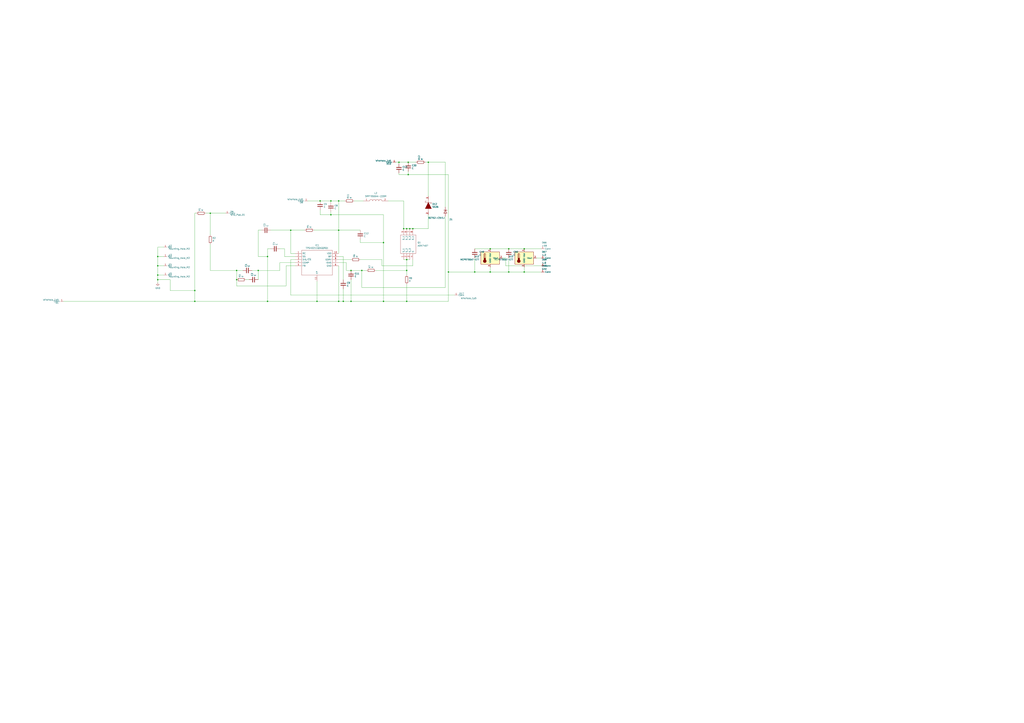
<source format=kicad_sch>
(kicad_sch (version 20230121) (generator eeschema)
  (paper "A1")
  (lib_symbols
    (symbol "AON7407:AON7407" (pin_names (offset 0.762))
      (property "Reference" "Q" (at 21.59 7.62 0))
      (property "Value" "AON7407" (at 21.59 5.08 0))
      (symbol "AON7407_0_0"
        (pin passive line (at 0 0 0) (length 5.08) (name "S_1") (number "1"))
        (pin passive line (at 0 -2.54 0) (length 5.08) (name "S_2") (number "2"))
        (pin passive line (at 0 -5.08 0) (length 5.08) (name "S_3") (number "3"))
        (pin passive line (at 0 -7.62 0) (length 5.08) (name "G") (number "4"))
        (pin passive line (at 25.4 0 180) (length 5.08) (name "D_1") (number "5"))
        (pin passive line (at 25.4 -2.54 180) (length 5.08) (name "D_2") (number "6"))
        (pin passive line (at 25.4 -5.08 180) (length 5.08) (name "D_3") (number "7"))
        (pin passive line (at 25.4 -7.62 180) (length 5.08) (name "D_4") (number "8"))
      )
      (symbol "AON7407_0_1"
        (polyline (pts (xy 5.08 2.54) (xy 20.32 2.54) (xy 20.32 -10.16) (xy 5.08 -10.16) (xy 5.08 2.54)) (stroke (width 0.1524)))
      )
    )
    (symbol "Connectors_for_Wire:WireHole_1p5"
      (property "Reference" "D" (at 0 -1.27 0))
      (property "Value" "WireHole_1p5" (at 0 1.27 0))
      (symbol "WireHole_1p5_1_0"
        (pin bidirectional line (at 0 0 0) (length 2.54) (name "Conn") (number "1"))
      )
    )
    (symbol "Connectors_for_Wire:Wire_Pad_01"
      (property "Reference" "D" (at -0.6875 -1.3327 0))
      (property "Value" "Wire_Pad_01" (at 0 1.27 0))
      (symbol "Wire_Pad_01_1_1"
        (pin unspecified line (at 0 0 0) (length 2.54) (name "Conn") (number "1"))
      )
    )
    (symbol "Device:C" (pin_numbers hide) (pin_names (offset 0.254))
      (property "Reference" "C" (at 0.635 2.54 0))
      (property "Value" "C" (at 0.635 -2.54 0))
      (symbol "C_0_1"
        (polyline (pts (xy -2.032 -0.762) (xy 2.032 -0.762)) (stroke (width 0.508)))
        (polyline (pts (xy -2.032 0.762) (xy 2.032 0.762)) (stroke (width 0.508)))
      )
      (symbol "C_1_1"
        (pin passive line (at 0 3.81 270) (length 2.794) (name "~") (number "1"))
        (pin passive line (at 0 -3.81 90) (length 2.794) (name "~") (number "2"))
      )
    )
    (symbol "Device:R" (pin_numbers hide) (pin_names (offset 0))
      (property "Reference" "R" (at 2.032 0 90))
      (property "Value" "R" (at 0 0 90))
      (symbol "R_0_1"
        (rectangle (start -1.016 -2.54) (end 1.016 2.54) (stroke (width 0.254)))
      )
      (symbol "R_1_1"
        (pin passive line (at 0 3.81 270) (length 1.27) (name "~") (number "1"))
        (pin passive line (at 0 -3.81 90) (length 1.27) (name "~") (number "2"))
      )
    )
    (symbol "Diode:MM3Zxx" (pin_numbers hide) (pin_names hide)
      (property "Reference" "D" (at 0 2.54 0))
      (property "Value" "MM3Zxx" (at 0 -2.54 0))
      (symbol "MM3Zxx_0_1"
        (polyline (pts (xy 1.27 0) (xy -1.27 0)))
        (polyline (pts (xy -1.27 -1.27) (xy -1.27 1.27) (xy -0.762 1.27)) (stroke (width 0.254)))
        (polyline (pts (xy 1.27 -1.27) (xy 1.27 1.27) (xy -1.27 0) (xy 1.27 -1.27)) (stroke (width 0.254)))
      )
      (symbol "MM3Zxx_1_1"
        (pin passive line (at -3.81 0 0) (length 2.54) (name "K") (number "1"))
        (pin passive line (at 3.81 0 180) (length 2.54) (name "A") (number "2"))
      )
    )
    (symbol "Main_PCB_001-rescue:TPS40211QDGQRQ1-TPS40211QDGQRQ1" (pin_names (offset 0.762))
      (property "Reference" "IC" (at 31.75 7.62 0))
      (property "Value" "TPS40211QDGQRQ1-TPS40211QDGQRQ1" (at 31.75 5.08 0))
      (symbol "TPS40211QDGQRQ1-TPS40211QDGQRQ1_0_0"
        (pin passive line (at 0 0 0) (length 5.08) (name "RC") (number "1"))
        (pin passive line (at 35.56 0 180) (length 5.08) (name "VDD") (number "10"))
        (pin passive line (at 17.78 -22.86 90) (length 5.08) (name "EP") (number "11"))
        (pin passive line (at 0 -2.54 0) (length 5.08) (name "SS") (number "2"))
        (pin passive line (at 0 -5.08 0) (length 5.08) (name "DIS/~{EN}") (number "3"))
        (pin passive line (at 0 -7.62 0) (length 5.08) (name "COMP") (number "4"))
        (pin passive line (at 0 -10.16 0) (length 5.08) (name "FB") (number "5"))
        (pin passive line (at 35.56 -10.16 180) (length 5.08) (name "GND") (number "6"))
        (pin passive line (at 35.56 -7.62 180) (length 5.08) (name "ISNS") (number "7"))
        (pin passive line (at 35.56 -5.08 180) (length 5.08) (name "GDRV") (number "8"))
        (pin passive line (at 35.56 -2.54 180) (length 5.08) (name "BP") (number "9"))
      )
      (symbol "TPS40211QDGQRQ1-TPS40211QDGQRQ1_0_1"
        (polyline (pts (xy 5.08 2.54) (xy 30.48 2.54) (xy 30.48 -17.78) (xy 5.08 -17.78) (xy 5.08 2.54)) (stroke (width 0.1524)))
      )
    )
    (symbol "Mounting_Holes:Mounting_Hole_M2"
      (property "Reference" "U" (at 0 -1.27 0))
      (property "Value" "Mounting_Hole_M2" (at 0 2.54 0))
      (symbol "Mounting_Hole_M2_1_1"
        (pin input line (at -2.54 0 0) (length 2.54) (name "Mnt") (number "1"))
      )
    )
    (symbol "SRP7050AA-220M:SRP7050AA-220M" (pin_names (offset 0.762))
      (property "Reference" "L" (at 16.51 6.35 0))
      (property "Value" "SRP7050AA-220M" (at 16.51 3.81 0))
      (symbol "SRP7050AA-220M_0_0"
        (pin passive line (at 0 0 0) (length 5.08) (name "~") (number "1"))
        (pin passive line (at 20.32 0 180) (length 5.08) (name "~") (number "2"))
      )
      (symbol "SRP7050AA-220M_0_1"
        (arc (start 7.62 0) (mid 6.35 1.2202) (end 5.08 0) (stroke (width 0.1524)))
        (arc (start 10.16 0) (mid 8.89 1.2202) (end 7.62 0) (stroke (width 0.1524)))
        (arc (start 12.7 0) (mid 11.43 1.2202) (end 10.16 0) (stroke (width 0.1524)))
        (arc (start 15.24 0) (mid 13.97 1.2202) (end 12.7 0) (stroke (width 0.1524)))
      )
    )
    (symbol "SS36:SS36" (pin_names (offset 0.762))
      (property "Reference" "D" (at 12.7 8.89 0))
      (property "Value" "SS36" (at 12.7 6.35 0))
      (symbol "SS36_0_0"
        (pin passive line (at 2.54 0 0) (length 2.54) (name "~") (number "1"))
        (pin passive line (at 17.78 0 180) (length 2.54) (name "~") (number "2"))
      )
      (symbol "SS36_0_1"
        (polyline (pts (xy 5.08 0) (xy 7.62 0)) (stroke (width 0.1524)))
        (polyline (pts (xy 7.62 2.54) (xy 7.62 -2.54)) (stroke (width 0.1524)))
        (polyline (pts (xy 12.7 0) (xy 15.24 0)) (stroke (width 0.1524)))
        (polyline (pts (xy 7.62 -2.54) (xy 6.604 -2.54) (xy 6.604 -1.524)) (stroke (width 0.1524)))
        (polyline (pts (xy 7.62 2.54) (xy 8.636 2.54) (xy 8.636 1.524)) (stroke (width 0.1524)))
        (polyline (pts (xy 7.62 0) (xy 12.7 2.54) (xy 12.7 -2.54) (xy 7.62 0)) (stroke (width 0.254)) (fill (type outline)))
      )
    )
    (symbol "Sensor_Temperature:MCP9700AT-ETT" (pin_names (offset 1.016))
      (property "Reference" "U" (at -6.35 6.35 0))
      (property "Value" "MCP9700AT-ETT" (at 1.27 6.35 0))
      (symbol "MCP9700AT-ETT_0_1"
        (rectangle (start -7.62 5.08) (end 7.62 -5.08) (stroke (width 0.254)) (fill (type background)))
        (circle (center -4.445 -2.54) (radius 1.27) (stroke (width 0.254)) (fill (type outline)))
        (rectangle (start -3.81 -1.905) (end -5.08 0) (stroke (width 0.254)) (fill (type outline)))
        (arc (start -3.81 3.175) (mid -4.445 3.8073) (end -5.08 3.175) (stroke (width 0.254)))
        (polyline (pts (xy -5.08 0.635) (xy -4.445 0.635)) (stroke (width 0.254)))
        (polyline (pts (xy -5.08 1.27) (xy -4.445 1.27)) (stroke (width 0.254)))
        (polyline (pts (xy -5.08 1.905) (xy -4.445 1.905)) (stroke (width 0.254)))
        (polyline (pts (xy -5.08 2.54) (xy -4.445 2.54)) (stroke (width 0.254)))
        (polyline (pts (xy -5.08 3.175) (xy -5.08 0)) (stroke (width 0.254)))
        (polyline (pts (xy -5.08 3.175) (xy -4.445 3.175)) (stroke (width 0.254)))
        (polyline (pts (xy -3.81 3.175) (xy -3.81 0)) (stroke (width 0.254)))
      )
      (symbol "MCP9700AT-ETT_1_1"
        (pin power_in line (at 0 7.62 270) (length 2.54) (name "Vdd") (number "1"))
        (pin output line (at 10.16 0 180) (length 2.54) (name "Vout") (number "2"))
        (pin power_in line (at 0 -7.62 90) (length 2.54) (name "GND") (number "3"))
      )
    )
    (symbol "power:GND" (power) (pin_names (offset 0))
      (property "Value" "GND" (at 0 -3.81 0))
      (symbol "GND_0_1"
        (polyline (pts (xy 0 0) (xy 0 -1.27) (xy 1.27 -1.27) (xy 0 -2.54) (xy -1.27 -1.27) (xy 0 -1.27)))
      )
      (symbol "GND_1_1"
        (pin power_in line (at 0 0 270) (length 0) hide (name "GND") (number "1"))
      )
    )
  )
  (junction (at 278.13 247.65))
  (junction (at 219.71 247.65))
  (junction (at 368.3 223.52))
  (junction (at 129.54 226.06))
  (junction (at 288.29 247.65))
  (junction (at 417.83 204.47))
  (junction (at 212.09 222.25))
  (junction (at 334.01 213.36))
  (junction (at 271.78 176.53))
  (junction (at 278.13 189.23))
  (junction (at 288.29 222.25))
  (junction (at 331.47 187.96))
  (junction (at 334.01 187.96))
  (junction (at 389.89 223.52))
  (junction (at 430.53 223.52))
  (junction (at 339.09 187.96))
  (junction (at 219.71 210.82))
  (junction (at 271.78 165.1))
  (junction (at 129.54 218.44))
  (junction (at 336.55 187.96))
  (junction (at 297.18 222.25))
  (junction (at 335.28 133.35))
  (junction (at 129.54 229.87))
  (junction (at 160.02 238.76))
  (junction (at 327.66 133.35))
  (junction (at 194.31 222.25))
  (junction (at 402.59 204.47))
  (junction (at 314.96 199.39))
  (junction (at 262.89 165.1))
  (junction (at 194.31 229.87))
  (junction (at 335.28 143.51))
  (junction (at 172.72 175.26))
  (junction (at 281.94 247.65))
  (junction (at 351.79 133.35))
  (junction (at 334.01 222.25))
  (junction (at 417.83 223.52))
  (junction (at 160.02 247.65))
  (junction (at 238.76 189.23))
  (junction (at 314.96 247.65))
  (junction (at 129.54 210.82))
  (junction (at 278.13 165.1))
  (junction (at 402.59 223.52))
  (junction (at 260.35 247.65))
  (junction (at 334.01 247.65))
  (junction (at 430.53 204.47))
  (wire (pts (xy 314.96 247.65) (xy 288.29 247.65)))
  (wire (pts (xy 194.31 229.87) (xy 194.31 234.95)))
  (wire (pts (xy 308.61 222.25) (xy 334.01 222.25)))
  (wire (pts (xy 334.01 222.25) (xy 334.01 226.06)))
  (wire (pts (xy 222.25 204.47) (xy 219.71 204.47)))
  (wire (pts (xy 271.78 176.53) (xy 314.96 176.53)))
  (wire (pts (xy 281.94 229.87) (xy 281.94 210.82)))
  (wire (pts (xy 331.47 165.1) (xy 331.47 187.96)))
  (wire (pts (xy 129.54 210.82) (xy 134.62 210.82)))
  (wire (pts (xy 318.77 165.1) (xy 331.47 165.1)))
  (wire (pts (xy 260.35 231.14) (xy 260.35 247.65)))
  (wire (pts (xy 284.48 222.25) (xy 288.29 222.25)))
  (wire (pts (xy 334.01 213.36) (xy 336.55 213.36)))
  (wire (pts (xy 297.18 222.25) (xy 297.18 236.22)))
  (wire (pts (xy 288.29 229.87) (xy 288.29 247.65)))
  (wire (pts (xy 233.68 204.47) (xy 233.68 210.82)))
  (wire (pts (xy 351.79 133.35) (xy 351.79 161.29)))
  (wire (pts (xy 129.54 203.2) (xy 134.62 203.2)))
  (wire (pts (xy 222.25 189.23) (xy 238.76 189.23)))
  (wire (pts (xy 281.94 210.82) (xy 278.13 210.82)))
  (wire (pts (xy 129.54 218.44) (xy 134.62 218.44)))
  (wire (pts (xy 314.96 199.39) (xy 314.96 247.65)))
  (wire (pts (xy 288.29 247.65) (xy 281.94 247.65)))
  (wire (pts (xy 172.72 200.66) (xy 172.72 222.25)))
  (wire (pts (xy 373.38 242.57) (xy 238.76 242.57)))
  (wire (pts (xy 262.89 172.72) (xy 262.89 176.53)))
  (wire (pts (xy 262.89 176.53) (xy 271.78 176.53)))
  (wire (pts (xy 314.96 176.53) (xy 314.96 199.39)))
  (wire (pts (xy 281.94 247.65) (xy 278.13 247.65)))
  (wire (pts (xy 233.68 210.82) (xy 242.57 210.82)))
  (wire (pts (xy 238.76 208.28) (xy 242.57 208.28)))
  (wire (pts (xy 339.09 187.96) (xy 336.55 187.96)))
  (wire (pts (xy 402.59 204.47) (xy 417.83 204.47)))
  (wire (pts (xy 250.19 189.23) (xy 238.76 189.23)))
  (wire (pts (xy 334.01 247.65) (xy 314.96 247.65)))
  (wire (pts (xy 430.53 223.52) (xy 444.5 223.52)))
  (wire (pts (xy 219.71 210.82) (xy 219.71 247.65)))
  (wire (pts (xy 129.54 229.87) (xy 139.7 229.87)))
  (wire (pts (xy 349.25 133.35) (xy 351.79 133.35)))
  (wire (pts (xy 129.54 210.82) (xy 129.54 218.44)))
  (wire (pts (xy 129.54 226.06) (xy 134.62 226.06)))
  (wire (pts (xy 351.79 133.35) (xy 365.76 133.35)))
  (wire (pts (xy 238.76 213.36) (xy 242.57 213.36)))
  (wire (pts (xy 313.69 218.44) (xy 313.69 213.36)))
  (wire (pts (xy 129.54 218.44) (xy 129.54 226.06)))
  (wire (pts (xy 281.94 237.49) (xy 281.94 247.65)))
  (wire (pts (xy 389.89 204.47) (xy 402.59 204.47)))
  (wire (pts (xy 129.54 226.06) (xy 129.54 229.87)))
  (wire (pts (xy 238.76 242.57) (xy 238.76 213.36)))
  (wire (pts (xy 194.31 222.25) (xy 194.31 229.87)))
  (wire (pts (xy 160.02 175.26) (xy 160.02 238.76)))
  (wire (pts (xy 229.87 222.25) (xy 212.09 222.25)))
  (wire (pts (xy 365.76 133.35) (xy 365.76 170.18)))
  (wire (pts (xy 242.57 215.9) (xy 229.87 215.9)))
  (wire (pts (xy 168.91 175.26) (xy 172.72 175.26)))
  (wire (pts (xy 327.66 133.35) (xy 335.28 133.35)))
  (wire (pts (xy 339.09 213.36) (xy 339.09 218.44)))
  (wire (pts (xy 300.99 222.25) (xy 297.18 222.25)))
  (wire (pts (xy 229.87 204.47) (xy 233.68 204.47)))
  (wire (pts (xy 295.91 199.39) (xy 314.96 199.39)))
  (wire (pts (xy 278.13 213.36) (xy 288.29 213.36)))
  (wire (pts (xy 260.35 247.65) (xy 219.71 247.65)))
  (wire (pts (xy 284.48 215.9) (xy 284.48 222.25)))
  (wire (pts (xy 368.3 143.51) (xy 368.3 223.52)))
  (wire (pts (xy 440.69 212.09) (xy 444.5 212.09)))
  (wire (pts (xy 129.54 203.2) (xy 129.54 210.82)))
  (wire (pts (xy 185.42 175.26) (xy 172.72 175.26)))
  (wire (pts (xy 334.01 233.68) (xy 334.01 247.65)))
  (wire (pts (xy 257.81 189.23) (xy 278.13 189.23)))
  (wire (pts (xy 278.13 165.1) (xy 283.21 165.1)))
  (wire (pts (xy 335.28 143.51) (xy 368.3 143.51)))
  (wire (pts (xy 368.3 223.52) (xy 389.89 223.52)))
  (wire (pts (xy 214.63 189.23) (xy 212.09 189.23)))
  (wire (pts (xy 278.13 218.44) (xy 278.13 247.65)))
  (wire (pts (xy 278.13 247.65) (xy 260.35 247.65)))
  (wire (pts (xy 290.83 165.1) (xy 298.45 165.1)))
  (wire (pts (xy 402.59 219.71) (xy 402.59 223.52)))
  (wire (pts (xy 334.01 213.36) (xy 334.01 222.25)))
  (wire (pts (xy 139.7 229.87) (xy 139.7 238.76)))
  (wire (pts (xy 234.95 234.95) (xy 234.95 218.44)))
  (wire (pts (xy 389.89 223.52) (xy 402.59 223.52)))
  (wire (pts (xy 252.73 165.1) (xy 262.89 165.1)))
  (wire (pts (xy 368.3 223.52) (xy 368.3 247.65)))
  (wire (pts (xy 335.28 133.35) (xy 341.63 133.35)))
  (wire (pts (xy 204.47 229.87) (xy 201.93 229.87)))
  (wire (pts (xy 212.09 229.87) (xy 212.09 222.25)))
  (wire (pts (xy 417.83 223.52) (xy 430.53 223.52)))
  (wire (pts (xy 412.75 212.09) (xy 415.29 212.09)))
  (wire (pts (xy 415.29 218.44) (xy 444.5 218.44)))
  (wire (pts (xy 278.13 215.9) (xy 284.48 215.9)))
  (wire (pts (xy 430.53 219.71) (xy 430.53 223.52)))
  (wire (pts (xy 351.79 187.96) (xy 339.09 187.96)))
  (wire (pts (xy 351.79 176.53) (xy 351.79 187.96)))
  (wire (pts (xy 313.69 213.36) (xy 295.91 213.36)))
  (wire (pts (xy 172.72 222.25) (xy 194.31 222.25)))
  (wire (pts (xy 327.66 143.51) (xy 335.28 143.51)))
  (wire (pts (xy 229.87 215.9) (xy 229.87 222.25)))
  (wire (pts (xy 415.29 212.09) (xy 415.29 218.44)))
  (wire (pts (xy 278.13 165.1) (xy 278.13 189.23)))
  (wire (pts (xy 368.3 247.65) (xy 334.01 247.65)))
  (wire (pts (xy 238.76 189.23) (xy 238.76 208.28)))
  (wire (pts (xy 339.09 218.44) (xy 313.69 218.44)))
  (wire (pts (xy 262.89 165.1) (xy 271.78 165.1)))
  (wire (pts (xy 212.09 189.23) (xy 212.09 210.82)))
  (wire (pts (xy 417.83 204.47) (xy 430.53 204.47)))
  (wire (pts (xy 234.95 218.44) (xy 242.57 218.44)))
  (wire (pts (xy 219.71 204.47) (xy 219.71 210.82)))
  (wire (pts (xy 212.09 222.25) (xy 207.01 222.25)))
  (wire (pts (xy 295.91 196.85) (xy 295.91 199.39)))
  (wire (pts (xy 331.47 187.96) (xy 334.01 187.96)))
  (wire (pts (xy 271.78 165.1) (xy 271.78 166.37)))
  (wire (pts (xy 389.89 212.09) (xy 389.89 223.52)))
  (wire (pts (xy 271.78 165.1) (xy 278.13 165.1)))
  (wire (pts (xy 271.78 173.99) (xy 271.78 176.53)))
  (wire (pts (xy 417.83 212.09) (xy 417.83 223.52)))
  (wire (pts (xy 129.54 229.87) (xy 129.54 232.41)))
  (wire (pts (xy 325.12 133.35) (xy 327.66 133.35)))
  (wire (pts (xy 139.7 238.76) (xy 160.02 238.76)))
  (wire (pts (xy 161.29 175.26) (xy 160.02 175.26)))
  (wire (pts (xy 327.66 134.62) (xy 327.66 133.35)))
  (wire (pts (xy 430.53 204.47) (xy 444.5 204.47)))
  (wire (pts (xy 335.28 140.97) (xy 335.28 143.51)))
  (wire (pts (xy 52.07 247.65) (xy 160.02 247.65)))
  (wire (pts (xy 297.18 236.22) (xy 365.76 236.22)))
  (wire (pts (xy 327.66 142.24) (xy 327.66 143.51)))
  (wire (pts (xy 160.02 238.76) (xy 160.02 247.65)))
  (wire (pts (xy 402.59 223.52) (xy 417.83 223.52)))
  (wire (pts (xy 365.76 177.8) (xy 365.76 236.22)))
  (wire (pts (xy 297.18 222.25) (xy 288.29 222.25)))
  (wire (pts (xy 334.01 187.96) (xy 336.55 187.96)))
  (wire (pts (xy 172.72 175.26) (xy 172.72 193.04)))
  (wire (pts (xy 160.02 247.65) (xy 219.71 247.65)))
  (wire (pts (xy 194.31 234.95) (xy 234.95 234.95)))
  (wire (pts (xy 199.39 222.25) (xy 194.31 222.25)))
  (wire (pts (xy 278.13 208.28) (xy 278.13 189.23)))
  (wire (pts (xy 331.47 213.36) (xy 334.01 213.36)))
  (wire (pts (xy 278.13 189.23) (xy 295.91 189.23)))
  (wire (pts (xy 212.09 210.82) (xy 219.71 210.82)))
  (symbol (lib_id "Main_PCB_001-rescue:TPS40211QDGQRQ1-TPS40211QDGQRQ1") (at 242.57 208.28 0) (unit 1)
    (property "Reference" "IC1" (at 260.35 201.549 0))
    (property "Value" "TPS40211QDGQRQ1" (at 260.35 203.8604 0))
    (property "Footprint" "libraries:SOP50P490X110-11N" (effects hide))
    (property "Datasheet" "http://www.ti.com/lit/gpn/tps40211-q1" (effects hide))
    (property "Description" "4.5V to 52V Wide Input range current mode boost controller with 260 mV reference voltage" (effects hide))
    (property "Height" "1.1" (effects hide))
    (property "Manufacturer_Name" "Texas Instruments" (effects hide))
    (property "Manufacturer_Part_Number" "TPS40211QDGQRQ1" (effects hide))
    (property "Mouser Part Number" "595-TPS40211QDGQRQ1" (effects hide))
    (property "Mouser Price/Stock" "https://www.mouser.co.uk/ProductDetail/Texas-Instruments/TPS40211QDGQRQ1?qs=XGzIaZb%2FFYKjJ5OLwHPUhQ%3D%3D" (effects hide))
    (property "Arrow Part Number" "TPS40211QDGQRQ1" (effects hide))
    (property "Arrow Price/Stock" "https://www.arrow.com/en/products/tps40211qdgqrq1/texas-instruments?region=nac" (effects hide))
  )
  (symbol (lib_id "Device:R") (at 172.72 196.85 0) (unit 1)
    (property "Reference" "R2" (at 174.498 195.6816 0) (effects (justify left)))
    (property "Value" "R" (at 174.498 197.993 0) (effects (justify left)))
    (property "Footprint" "Resistor_SMD:R_0805_2012Metric_Pad1.20x1.40mm_HandSolder" (effects hide))
  )
  (symbol (lib_id "Device:R") (at 165.1 175.26 90) (unit 1)
    (property "Reference" "R1" (at 163.9316 173.482 0) (effects (justify left)))
    (property "Value" "R" (at 166.243 173.482 0) (effects (justify left)))
    (property "Footprint" "Resistor_SMD:R_0805_2012Metric_Pad1.20x1.40mm_HandSolder" (effects hide))
  )
  (symbol (lib_id "Device:R") (at 292.1 213.36 90) (unit 1)
    (property "Reference" "R6" (at 290.9316 211.582 0) (effects (justify left)))
    (property "Value" "R" (at 293.243 211.582 0) (effects (justify left)))
    (property "Footprint" "Resistor_SMD:R_0805_2012Metric_Pad1.20x1.40mm_HandSolder" (effects hide))
  )
  (symbol (lib_id "Device:R") (at 304.8 222.25 90) (unit 1)
    (property "Reference" "R7" (at 303.6316 220.472 0) (effects (justify left)))
    (property "Value" "R" (at 305.943 220.472 0) (effects (justify left)))
    (property "Footprint" "Resistor_SMD:R_0805_2012Metric_Pad1.20x1.40mm_HandSolder" (effects hide))
  )
  (symbol (lib_id "Device:R") (at 254 189.23 90) (unit 1)
    (property "Reference" "R4" (at 252.8316 187.452 0) (effects (justify left)))
    (property "Value" "R" (at 255.143 187.452 0) (effects (justify left)))
    (property "Footprint" "Resistor_SMD:R_0805_2012Metric_Pad1.20x1.40mm_HandSolder" (effects hide))
  )
  (symbol (lib_id "Device:R") (at 334.01 229.87 0) (unit 1)
    (property "Reference" "R8" (at 335.788 228.7016 0) (effects (justify left)))
    (property "Value" "R" (at 335.788 231.013 0) (effects (justify left)))
    (property "Footprint" "Resistor_SMD:R_0805_2012Metric_Pad1.20x1.40mm_HandSolder" (effects hide))
  )
  (symbol (lib_id "Device:C") (at 208.28 229.87 90) (unit 1)
    (property "Reference" "C2" (at 207.1116 226.949 0) (effects (justify left)))
    (property "Value" "C" (at 209.423 226.949 0) (effects (justify left)))
    (property "Footprint" "Capacitor_SMD:C_0805_2012Metric_Pad1.18x1.45mm_HandSolder" (effects hide))
  )
  (symbol (lib_id "Device:R") (at 198.12 229.87 90) (unit 1)
    (property "Reference" "R3" (at 196.9516 228.092 0) (effects (justify left)))
    (property "Value" "R" (at 199.263 228.092 0) (effects (justify left)))
    (property "Footprint" "Resistor_SMD:R_0805_2012Metric_Pad1.20x1.40mm_HandSolder" (effects hide))
  )
  (symbol (lib_id "Device:C") (at 218.44 189.23 90) (unit 1)
    (property "Reference" "C3" (at 217.2716 186.309 0) (effects (justify left)))
    (property "Value" "C" (at 219.583 186.309 0) (effects (justify left)))
    (property "Footprint" "Capacitor_SMD:C_0805_2012Metric_Pad1.18x1.45mm_HandSolder" (effects hide))
  )
  (symbol (lib_id "Device:C") (at 295.91 193.04 0) (unit 1)
    (property "Reference" "C12" (at 298.831 191.8716 0) (effects (justify left)))
    (property "Value" "C" (at 298.831 194.183 0) (effects (justify left)))
    (property "Footprint" "Capacitor_SMD:C_0603_1608Metric_Pad1.08x0.95mm_HandSolder" (effects hide))
  )
  (symbol (lib_id "Device:C") (at 203.2 222.25 90) (unit 1)
    (property "Reference" "C1" (at 202.0316 219.329 0) (effects (justify left)))
    (property "Value" "C" (at 204.343 219.329 0) (effects (justify left)))
    (property "Footprint" "Capacitor_SMD:C_0805_2012Metric_Pad1.18x1.45mm_HandSolder" (effects hide))
  )
  (symbol (lib_id "Device:C") (at 226.06 204.47 90) (unit 1)
    (property "Reference" "C4" (at 224.8916 201.549 0) (effects (justify left)))
    (property "Value" "C" (at 227.203 201.549 0) (effects (justify left)))
    (property "Footprint" "Capacitor_SMD:C_0805_2012Metric_Pad1.18x1.45mm_HandSolder" (effects hide))
  )
  (symbol (lib_id "Device:C") (at 288.29 226.06 0) (unit 1)
    (property "Reference" "C11" (at 291.211 224.8916 0) (effects (justify left)))
    (property "Value" "C" (at 291.211 227.203 0) (effects (justify left)))
    (property "Footprint" "Capacitor_SMD:C_0805_2012Metric_Pad1.18x1.45mm_HandSolder" (effects hide))
  )
  (symbol (lib_id "SS36:SS36") (at 351.79 158.75 270) (unit 1)
    (property "Reference" "D12" (at 355.092 167.7416 90) (effects (justify left)))
    (property "Value" "SS36" (at 355.092 170.053 90) (effects (justify left)))
    (property "Footprint" "libraries:SODFL4626X120N" (effects hide))
    (property "Datasheet" "https://docs.rs-online.com/a290/0900766b8002669b.pdf" (effects hide))
    (property "Description" "Rectifier Diode, Schottky, 60 Volt, DO-214AB / SMC" (effects hide))
    (property "Height" "2.62" (effects hide))
    (property "Manufacturer_Name" "Vishay" (effects hide))
    (property "Manufacturer_Part_Number" "SS36" (effects hide))
  )
  (symbol (lib_id "Diode:MM3Zxx") (at 365.76 173.99 270) (unit 1)
    (property "Reference" "Z1" (at 369.062 180.4416 90) (effects (justify left)))
    (property "Value" "BZT52-C5V1J" (at 351.79 179.07 90) (effects (justify left)))
    (property "Footprint" "Diode_SMD:D_SOD-323F" (effects hide))
    (property "Datasheet" "https://diotec.com/tl_files/diotec/files/pdf/datasheets/mm3z2v4.pdf" (effects hide))
    (property "Description" "Zener Diodes BZT52-C5V1/SOD123 SOD2" (effects hide))
    (property "Height" "1.3" (effects hide))
    (property "Manufacturer_Name" "Nexperia" (effects hide))
    (property "Manufacturer_Part_Number" "BZT52-C5V1J" (effects hide))
    (property "Mouser Part Number" "N/A" (effects hide))
    (property "Mouser Price/Stock" "https://www.mouser.com/Search/Refine.aspx?Keyword=N%2FA" (effects hide))
    (property "Arrow Part Number" "BZT52-C5V1J" (effects hide))
    (property "Arrow Price/Stock" "https://www.arrow.com/en/products/bzt52-c5v1j/nexperia" (effects hide))
  )
  (symbol (lib_id "SRP7050AA-220M:SRP7050AA-220M") (at 298.45 165.1 0) (unit 1)
    (property "Reference" "L2" (at 308.61 158.75 0))
    (property "Value" "SRP7050AA-220M" (at 308.61 161.29 0))
    (property "Footprint" "libraries:INDPM5752X300N" (effects hide))
    (property "Datasheet" "https://www.bourns.com/docs/Product-Datasheets/SRP7050AA.pdf" (effects hide))
    (property "Description" "Shielded Power Inductor 22uH" (effects hide))
    (property "Height" "5" (effects hide))
    (property "Manufacturer_Name" "Bourns" (effects hide))
    (property "Manufacturer_Part_Number" "SRP7050AA-220M" (effects hide))
    (property "Mouser Part Number" "652-SRP7050AA-220M" (effects hide))
    (property "Mouser Price/Stock" "https://www.mouser.co.uk/ProductDetail/Bourns/SRP7050AA-220M?qs=CiayqK2gdcLzSCtuPAylpQ%3D%3D" (effects hide))
  )
  (symbol (lib_id "Connectors_for_Wire:WireHole_1p5") (at 52.07 247.65 180) (unit 1)
    (property "Reference" "D1" (at 48.26 248.9201 0) (effects (justify left)))
    (property "Value" "WireHole_1p5" (at 48.26 246.3801 0) (effects (justify left)))
    (property "Footprint" "libraries:WireHole_1p2" (effects hide))
  )
  (symbol (lib_id "Connectors_for_Wire:WireHole_1p5") (at 444.5 204.47 0) (mirror x) (unit 1)
    (property "Reference" "D66" (at 447.04 199.39 0))
    (property "Value" "+5B" (at 447.04 201.93 0))
    (property "Footprint" "libraries:WireHole_1p2" (effects hide))
  )
  (symbol (lib_id "Mounting_Holes:Mounting_Hole_M2") (at 137.16 210.82 0) (unit 1)
    (property "Reference" "U3" (at 138.43 209.5499 0) (effects (justify left)))
    (property "Value" "Mounting_Hole_M2" (at 138.43 212.0899 0) (effects (justify left)))
    (property "Footprint" "Wire_holes:WireHole_1p5" (effects hide))
  )
  (symbol (lib_id "Sensor_Temperature:MCP9700AT-ETT") (at 402.59 212.09 0) (unit 1)
    (property "Reference" "U12" (at 393.7 210.8199 0) (effects (justify right)))
    (property "Value" "MCP9700AT-ETT" (at 393.7 213.3599 0) (effects (justify right)))
    (property "Footprint" "Package_TO_SOT_SMD:SOT-23" (effects hide))
    (property "Datasheet" "http://ww1.microchip.com/downloads/en/DeviceDoc/21942e.pdf" (effects hide))
  )
  (symbol (lib_id "Connectors_for_Wire:WireHole_1p5") (at 444.5 218.44 0) (mirror x) (unit 1)
    (property "Reference" "D68" (at 447.04 213.36 0))
    (property "Value" "t_Q" (at 447.04 215.9 0))
    (property "Footprint" "libraries:WireHole_1p2" (effects hide))
  )
  (symbol (lib_id "Mounting_Holes:Mounting_Hole_M2") (at 137.16 226.06 0) (unit 1)
    (property "Reference" "U5" (at 138.43 224.7899 0) (effects (justify left)))
    (property "Value" "Mounting_Hole_M2" (at 138.43 227.3299 0) (effects (justify left)))
    (property "Footprint" "Wire_holes:WireHole_1p5" (effects hide))
  )
  (symbol (lib_id "Device:C") (at 271.78 170.18 0) (unit 1)
    (property "Reference" "C8" (at 274.701 169.0116 0) (effects (justify left)))
    (property "Value" "C" (at 274.701 171.323 0) (effects (justify left)))
    (property "Footprint" "Capacitor_SMD:C_0805_2012Metric_Pad1.18x1.45mm_HandSolder" (effects hide))
  )
  (symbol (lib_id "Mounting_Holes:Mounting_Hole_M2") (at 137.16 203.2 0) (unit 1)
    (property "Reference" "U2" (at 138.43 201.9299 0) (effects (justify left)))
    (property "Value" "Mounting_Hole_M2" (at 138.43 204.4699 0) (effects (justify left)))
    (property "Footprint" "Wire_holes:WireHole_1p5" (effects hide))
  )
  (symbol (lib_id "Device:C") (at 262.89 168.91 0) (unit 1)
    (property "Reference" "C5" (at 265.811 167.7416 0) (effects (justify left)))
    (property "Value" "C" (at 265.811 170.053 0) (effects (justify left)))
    (property "Footprint" "Capacitor_SMD:C_0805_2012Metric_Pad1.18x1.45mm_HandSolder" (effects hide))
  )
  (symbol (lib_id "Device:R") (at 287.02 165.1 90) (unit 1)
    (property "Reference" "R11" (at 285.8516 163.322 0) (effects (justify left)))
    (property "Value" "R" (at 288.163 163.322 0) (effects (justify left)))
    (property "Footprint" "Resistor_SMD:R_0805_2012Metric_Pad1.20x1.40mm_HandSolder" (effects hide))
  )
  (symbol (lib_id "Sensor_Temperature:MCP9700AT-ETT") (at 430.53 212.09 0) (unit 1)
    (property "Reference" "U13" (at 421.64 210.8199 0) (effects (justify right)))
    (property "Value" "MCP9700AT-ETT" (at 421.64 213.3599 0) (effects (justify right)))
    (property "Footprint" "Package_TO_SOT_SMD:SOT-23" (effects hide))
    (property "Datasheet" "http://ww1.microchip.com/downloads/en/DeviceDoc/21942e.pdf" (effects hide))
  )
  (symbol (lib_id "Device:C") (at 327.66 138.43 0) (unit 1)
    (property "Reference" "C13" (at 330.581 137.2616 0) (effects (justify left)))
    (property "Value" "C" (at 330.581 139.573 0) (effects (justify left)))
    (property "Footprint" "Capacitor_SMD:C_1206_3216Metric_Pad1.33x1.80mm_HandSolder" (effects hide))
  )
  (symbol (lib_id "Connectors_for_Wire:WireHole_1p5") (at 373.38 242.57 0) (unit 1)
    (property "Reference" "D17" (at 377.19 241.2999 0) (effects (justify left)))
    (property "Value" "WireHole_1p5" (at 378.46 245.11 0) (effects (justify left)))
    (property "Footprint" "libraries:WireHole_1p2" (effects hide))
  )
  (symbol (lib_id "Connectors_for_Wire:WireHole_1p5") (at 252.73 165.1 180) (unit 1)
    (property "Reference" "D8" (at 248.92 166.3701 0) (effects (justify left)))
    (property "Value" "WireHole_1p5" (at 248.92 163.8301 0) (effects (justify left)))
    (property "Footprint" "libraries:WireHole_1p2" (effects hide))
  )
  (symbol (lib_id "Device:C") (at 389.89 208.28 0) (unit 1)
    (property "Reference" "C49" (at 393.7 207.0099 0) (effects (justify left)))
    (property "Value" "C" (at 393.7 209.5499 0) (effects (justify left)))
    (property "Footprint" "Capacitor_SMD:C_0805_2012Metric_Pad1.18x1.45mm_HandSolder" (effects hide))
  )
  (symbol (lib_id "Device:C") (at 417.83 208.28 0) (unit 1)
    (property "Reference" "C50" (at 421.64 207.0099 0) (effects (justify left)))
    (property "Value" "C" (at 421.64 209.5499 0) (effects (justify left)))
    (property "Footprint" "Capacitor_SMD:C_0805_2012Metric_Pad1.18x1.45mm_HandSolder" (effects hide))
  )
  (symbol (lib_id "Connectors_for_Wire:WireHole_1p5") (at 325.12 133.35 180) (unit 1)
    (property "Reference" "D10" (at 321.31 134.6201 0) (effects (justify left)))
    (property "Value" "WireHole_1p5" (at 321.31 132.0801 0) (effects (justify left)))
    (property "Footprint" "libraries:WireHole_1p2" (effects hide))
  )
  (symbol (lib_id "Connectors_for_Wire:WireHole_1p5") (at 444.5 223.52 0) (mirror x) (unit 1)
    (property "Reference" "D69" (at 447.04 218.44 0))
    (property "Value" "Gnd" (at 447.04 220.98 0))
    (property "Footprint" "libraries:WireHole_1p2" (effects hide))
  )
  (symbol (lib_id "Mounting_Holes:Mounting_Hole_M2") (at 137.16 218.44 0) (unit 1)
    (property "Reference" "U4" (at 138.43 217.1699 0) (effects (justify left)))
    (property "Value" "Mounting_Hole_M2" (at 138.43 219.7099 0) (effects (justify left)))
    (property "Footprint" "Wire_holes:WireHole_1p5" (effects hide))
  )
  (symbol (lib_id "Device:C") (at 281.94 233.68 0) (unit 1)
    (property "Reference" "C9" (at 284.861 232.5116 0) (effects (justify left)))
    (property "Value" "C" (at 284.861 234.823 0) (effects (justify left)))
    (property "Footprint" "Capacitor_SMD:C_0805_2012Metric_Pad1.18x1.45mm_HandSolder" (effects hide))
  )
  (symbol (lib_id "power:GND") (at 129.54 232.41 0) (unit 1)
    (property "Reference" "#PWR03" (effects hide))
    (property "Value" "GND" (at 129.667 236.8042 0))
  )
  (symbol (lib_id "Device:C") (at 335.28 137.16 0) (unit 1)
    (property "Reference" "C30" (at 338.201 135.9916 0) (effects (justify left)))
    (property "Value" "C" (at 338.201 138.303 0) (effects (justify left)))
    (property "Footprint" "Capacitor_SMD:C_0805_2012Metric_Pad1.18x1.45mm_HandSolder" (effects hide))
  )
  (symbol (lib_id "Device:R") (at 345.44 133.35 90) (unit 1)
    (property "Reference" "R12" (at 344.2716 131.572 0) (effects (justify left)))
    (property "Value" "R" (at 346.583 131.572 0) (effects (justify left)))
    (property "Footprint" "Resistor_SMD:R_0805_2012Metric_Pad1.20x1.40mm_HandSolder" (effects hide))
  )
  (symbol (lib_id "Connectors_for_Wire:Wire_Pad_01") (at 185.42 175.26 0) (unit 1)
    (property "Reference" "D6" (at 189.23 173.9899 0) (effects (justify left)))
    (property "Value" "Wire_Pad_01" (at 189.23 176.5299 0) (effects (justify left)))
    (property "Footprint" "Wire_holes:WireHole_1p5" (effects hide))
  )
  (symbol (lib_id "Connectors_for_Wire:WireHole_1p5") (at 444.5 212.09 0) (mirror x) (unit 1)
    (property "Reference" "D67" (at 447.04 207.01 0))
    (property "Value" "t_D" (at 447.04 209.55 0))
    (property "Footprint" "libraries:WireHole_1p2" (effects hide))
  )
  (symbol (lib_id "AON7407:AON7407") (at 331.47 213.36 90) (unit 1)
    (property "Reference" "Q1" (at 342.9 199.3899 90) (effects (justify right)))
    (property "Value" "AON7407" (at 342.9 201.9299 90) (effects (justify right)))
    (property "Footprint" "libraries:DFN_3X3_EP" (effects hide))
    (property "Datasheet" "http://aosmd.com/res/data_sheets/AON7407.pdf" (effects hide))
    (property "Description" "MOSFET P-CH 20V 14.5A 8DFN" (effects hide))
    (property "Manufacturer_Name" "Alpha & Omega Semiconductors" (effects hide))
    (property "Manufacturer_Part_Number" "AON7407" (effects hide))
    (property "Arrow Part Number" "AON7407" (effects hide))
    (property "Arrow Price/Stock" "https://www.arrow.com/en/products/aon7407/alpha-and-omega-semiconductor?region=nac" (effects hide))
  )
)
</source>
